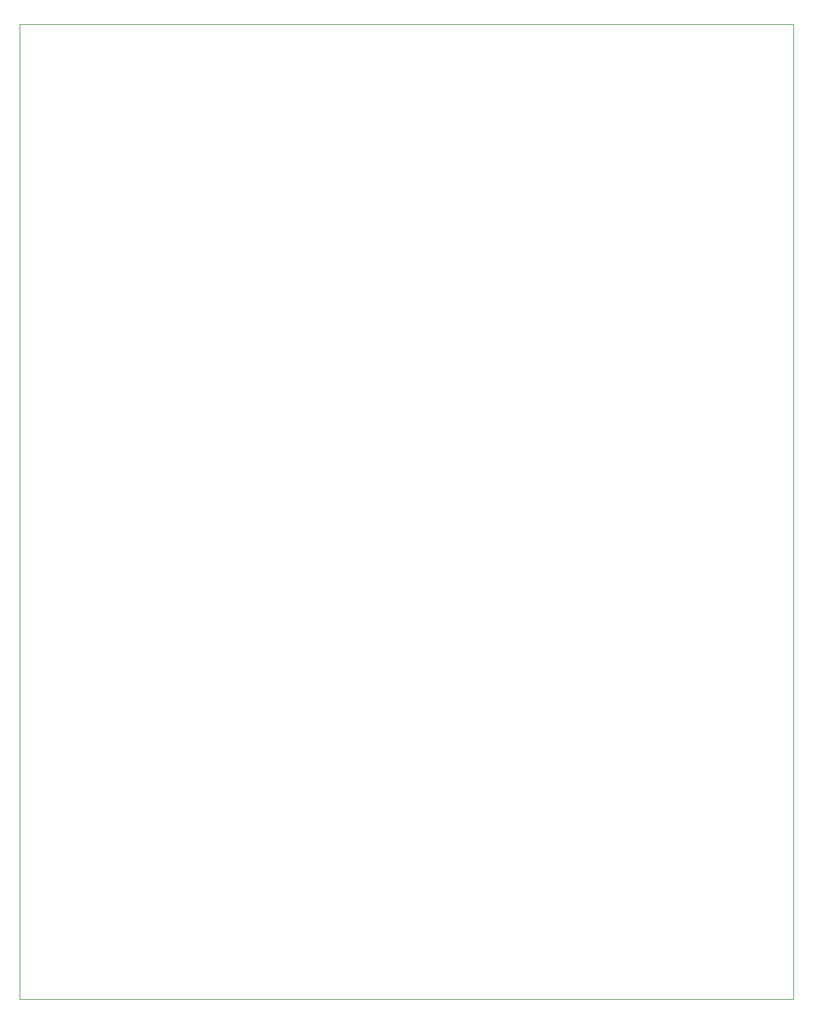
<source format=gm1>
G04 #@! TF.GenerationSoftware,KiCad,Pcbnew,(5.1.6)-1*
G04 #@! TF.CreationDate,2021-06-09T19:53:26-07:00*
G04 #@! TF.ProjectId,Four Channel MHz LED Driver - high current,466f7572-2043-4686-916e-6e656c204d48,rev?*
G04 #@! TF.SameCoordinates,Original*
G04 #@! TF.FileFunction,Profile,NP*
%FSLAX46Y46*%
G04 Gerber Fmt 4.6, Leading zero omitted, Abs format (unit mm)*
G04 Created by KiCad (PCBNEW (5.1.6)-1) date 2021-06-09 19:53:26*
%MOMM*%
%LPD*%
G01*
G04 APERTURE LIST*
G04 #@! TA.AperFunction,Profile*
%ADD10C,0.050000*%
G04 #@! TD*
G04 APERTURE END LIST*
D10*
X153230000Y-174560000D02*
X53230000Y-174560000D01*
X53230000Y-48560000D02*
X53230000Y-174560000D01*
X153230000Y-48560000D02*
X153230000Y-174560000D01*
X53230000Y-48560000D02*
X153230000Y-48560000D01*
M02*

</source>
